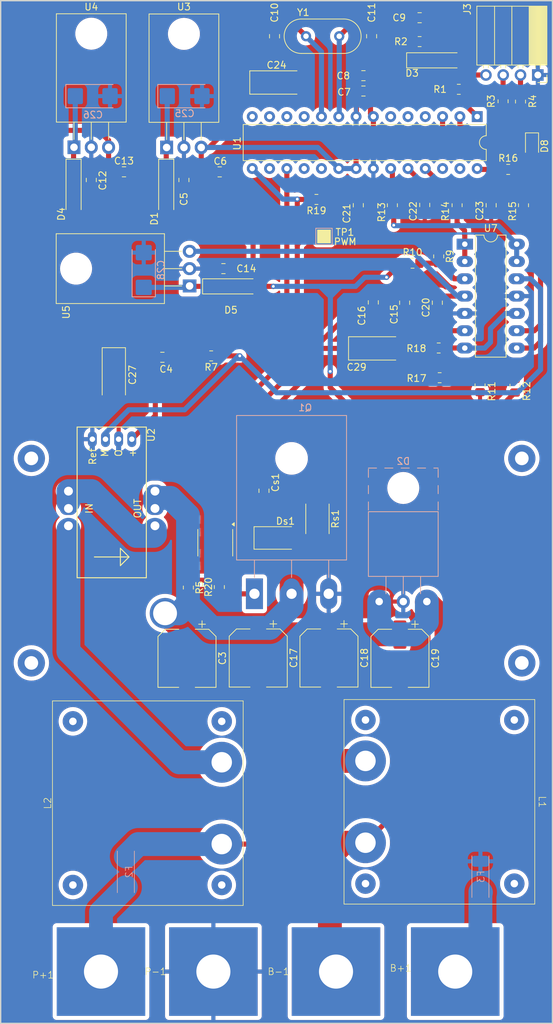
<source format=kicad_pcb>
(kicad_pcb (version 20240108) (generator "pcbnew") (generator_version "8.0")
  (layers (0 "F.Cu" signal) (31 "B.Cu" signal) (34 "B.Paste" user) (35 "F.Paste" user) (36 "B.SilkS" user "B.Silkscreen") (37 "F.SilkS" user "F.Silkscreen") (38 "B.Mask" user) (39 "F.Mask" user) (44 "Edge.Cuts" user))
  (net 0 "")
  (net 1 "Net-(C17-Pad2)")
  (net 2 "/Cuk/D")
  (net 3 "GND")
  (net 7 "+5V_HALL")
  (net 8 "Net-(D1-K)")
  (net 9 "+5V")
  (net 10 "/MCU/RESET")
  (net 13 "Net-(U1-XTAL2{slash}PB7)")
  (net 15 "Net-(U1-XTAL1{slash}PB6)")
  (net 17 "Net-(D4-K)")
  (net 20 "Net-(D5-K)")
  (net 21 "+12V")
  (net 22 "Net-(U1-PC0)")
  (net 23 "Net-(U1-PC1)")
  (net 24 "Net-(U1-PC2)")
  (net 27 "Net-(U1-PC5)")
  (net 28 "Net-(Ds1-K)")
  (net 29 "VCC")
  (net 30 "Net-(D8-A)")
  (net 31 "Net-(F2-Pad2)")
  (net 32 "/Cuk/Ipanel +")
  (net 33 "Net-(J3-Pin_3)")
  (net 34 "Net-(J3-Pin_2)")
  (net 35 "/Cuk/G0")
  (net 36 "Net-(U1-~{RESET}{slash}PC6)")
  (net 37 "/MCU/USART_RX")
  (net 38 "/MCU/USART_TX")
  (net 39 "/MCU/Ipanel_ADC")
  (net 40 "/Cuk/Vp+_cuk")
  (net 41 "/Cuk/Vb+_cuk")
  (net 42 "/MCU/Vpanel_ADC")
  (net 43 "/MCU/Vbatt_ADC")
  (net 45 "Net-(U7B--)")
  (net 46 "/Sensoriamento/LM324B")
  (net 47 "/Cuk/PWM")
  (net 48 "Net-(R20-Pad2)")
  (net 49 "/Cuk/Enable IN")
  (net 50 "Net-(B+1-Pad1)")
  (net 51 "/Cuk/OUT-")
  (net 52 "/Sensoriamento/+Ipout")
  (net 53 "Net-(U2-Pad3)")
  (footprint "Diode_SMD:D_SMA" (layer "F.Cu") (at 69.2 106.3)
    (property "Reference" "Ds1")
    (property "Value" "D_Schottky")
  )
  (footprint "BIBLIOTECA:LTSP_25-NP" (layer "F.Cu") (at 49.88 90.0385 -90)
    (property "Reference" "U2")
    (property "Value" "LTSP_25-NP")
  )
  (footprint "Resistor_SMD:R_0805_2012Metric_Pad1.20x1.40mm_HandSolder" (layer "F.Cu") (at 95.5 57.5 -90)
    (property "Reference" "R14")
    (property "Value" "680")
  )
  (footprint "Capacitor_SMD:C_0805_2012Metric_Pad1.18x1.45mm_HandSolder" (layer "F.Cu") (at 81 57.5 90)
    (property "Reference" "C21")
    (property "Value" "100nF")
  )
  (footprint "Resistor_SMD:R_0805_2012Metric_Pad1.20x1.40mm_HandSolder" (layer "F.Cu") (at 90 33.5 180)
    (property "Reference" "R2")
    (property "Value" "10k")
  )
  (footprint "Diode_SMD:D_MiniMELF_Handsoldering" (layer "F.Cu") (at 52.8 55.4 -90)
    (property "Reference" "D1")
    (property "Value" "LL4148")
  )
  (footprint "Capacitor_Tantalum_SMD:CP_EIA-6032-15_Kemet-U_Pad2.25x2.35mm_HandSolder" (layer "F.Cu") (at 69 39.5)
    (property "Reference" "C24")
    (property "Value" "1uF")
  )
  (footprint "Resistor_SMD:R_0805_2012Metric_Pad1.20x1.40mm_HandSolder" (layer "F.Cu") (at 95.75 40.5)
    (property "Reference" "R1")
    (property "Value" "100")
  )
  (footprint "Resistor_SMD:R_0805_2012Metric_Pad1.20x1.40mm_HandSolder" (layer "F.Cu") (at 60.6 113.5 90)
    (property "Reference" "R20")
    (property "Value" "15")
  )
  (footprint "Resistor_SMD:R_0805_2012Metric_Pad1.20x1.40mm_HandSolder" (layer "F.Cu") (at 88.96 66 180)
    (property "Reference" "R10")
    (property "Value" "15k")
  )
  (footprint "Resistor_SMD:R_2512_6332Metric_Pad1.40x3.35mm_HandSolder" (layer "F.Cu") (at 75 103.5 -90)
    (property "Reference" "Rs1")
    (property "Value" "75")
  )
  (footprint "BIBLIOTECA:INDUTOR E30_14" (layer "F.Cu") (at 76.9 145 -90)
    (property "Reference" "L1")
    (property "Value" "L")
  )
  (footprint "Resistor_SMD:R_0805_2012Metric_Pad1.20x1.40mm_HandSolder" (layer "F.Cu") (at 98.87 83.92 90)
    (property "Reference" "R11")
    (property "Value" "20k")
  )
  (footprint "BIBLIOTECA:FURO_PAN_BAT" (layer "F.Cu") (at 77.725 169.9 90)
    (property "Reference" "B-1")
    (property "Value" "OUT -")
  )
  (footprint "Package_TO_SOT_THT:TO-220-3_Horizontal_TabDown" (layer "F.Cu") (at 56.23 69.34 90)
    (property "Reference" "U5")
    (property "Value" "LM7812")
  )
  (footprint "Capacitor_SMD:C_0805_2012Metric_Pad1.18x1.45mm_HandSolder" (layer "F.Cu") (at 41.8 53.8 -90)
    (property "Reference" "C12")
    (property "Value" "100nF")
  )
  (footprint "Resistor_SMD:R_0805_2012Metric_Pad1.20x1.40mm_HandSolder" (layer "F.Cu") (at 86 57.5 90)
    (property "Reference" "R13")
    (property "Value" "680")
  )
  (footprint "Diode_SMD:D_MiniMELF_Handsoldering" (layer "F.Cu") (at 92.75 36.25)
    (property "Reference" "D3")
    (property "Value" "LL4148")
  )
  (footprint "Capacitor_SMD:C_0805_2012Metric_Pad1.18x1.45mm_HandSolder" (layer "F.Cu") (at 46.6 52.6)
    (property "Reference" "C13")
    (property "Value" "100nF")
  )
  (footprint "Resistor_SMD:R_0805_2012Metric_Pad1.20x1.40mm_HandSolder" (layer "F.Cu") (at 104 83.97 -90)
    (property "Reference" "R12")
    (property "Value" "1k6")
  )
  (footprint "Capacitor_SMD:C_0805_2012Metric_Pad1.18x1.45mm_HandSolder" (layer "F.Cu") (at 92.6 71.8 90)
    (property "Reference" "C20")
    (property "Value" "100nF")
  )
  (footprint "Resistor_SMD:R_0805_2012Metric_Pad1.20x1.40mm_HandSolder" (layer "F.Cu") (at 105.25 57.5 -90)
    (property "Reference" "R15")
    (property "Value" "680")
  )
  (footprint "Resistor_SMD:R_0805_2012Metric_Pad1.20x1.40mm_HandSolder" (layer "F.Cu") (at 74.85 56.65 180)
    (property "Reference" "R19")
    (property "Value" "10k")
  )
  (footprint "LED_SMD:LED_0805_2012Metric_Pad1.15x1.40mm_HandSolder" (layer "F.Cu") (at 106.5 48.75 -90)
    (property "Reference" "D8")
    (property "Value" "LED_RED")
  )
  (footprint "Capacitor_SMD:C_0805_2012Metric_Pad1.18x1.45mm_HandSolder" (layer "F.Cu") (at 60.65 52.61)
    (property "Reference" "C6")
    (property "Value" "100nF")
  )
  (footprint "Resistor_SMD:R_0805_2012Metric_Pad1.20x1.40mm_HandSolder" (layer "F.Cu") (at 103 52.25)
    (property "Reference" "R16")
    (property "Value" "330")
  )
  (footprint "Capacitor_SMD:CP_Elec_8x11.9" (layer "F.Cu") (at 66.31 123.91 -90)
    (property "Reference" "C17")
    (property "Value" "6,8u")
  )
  (footprint "Resistor_SMD:R_0805_2012Metric_Pad1.20x1.40mm_HandSolder" (layer "F.Cu") (at 92.8 78.44)
    (property "Reference" "R18")
    (property "Value" "47k")
  )
  (footprint "Resistor_SMD:R_0805_2012Metric_Pad1.20x1.40mm_HandSolder" (layer "F.Cu") (at 102.25 42.25 90)
    (property "Reference" "R3")
    (property "Value" "1k")
  )
  (footprint "Capacitor_SMD:C_0805_2012Metric_Pad1.18x1.45mm_HandSolder" (layer "F.Cu") (at 82.95 32.7125 -90)
    (property "Reference" "C11")
    (property "Value" "22pF")
  )
  (footprint "Capacitor_SMD:C_0805_2012Metric_Pad1.18x1.45mm_HandSolder" (layer "F.Cu") (at 87.8 71.8 -90)
    (property "Reference" "C15")
    (property "Value" "100nF")
  )
  (footprint "Capacitor_SMD:C_0805_2012Metric_Pad1.18x1.45mm_HandSolder" (layer "F.Cu") (at 67.15 99.38 90)
    (property "Reference" "Cs1")
    (property "Value" "100u")
  )
  (footprint "Capacitor_SMD:C_0805_2012Metric_Pad1.18x1.45mm_HandSolder" (layer "F.Cu") (at 81.75 38.5 180)
    (property "Reference" "C8")
    (property "Value" "100nF")
  )
  (footprint "Capacitor_SMD:CP_Elec_8x11.9" (layer "F.Cu") (at 76.69 123.91 -90)
    (property "Reference" "C18")
    (property "Value" "6,8u")
  )
  (footprint "Package_DIP:DIP-14_W7.62mm_LongPads" (layer "F.Cu") (at 96.63 63.21)
    (property "Reference" "U7")
    (property "Value" "LM324" (hide yes))
  )
  (footprint "Resistor_SMD:R_0805_2012Metric_Pad1.20x1.40mm_HandSolder" (layer "F.Cu") (at 56.05 113.575 -90)
    (property "Reference" "R5")
    (property "Value" "10k")
  )
  (footprint "Package_TO_SOT_THT:TO-220-3_Horizontal_TabDown" (layer "F.Cu") (at 52.86 49.03)
    (property "Reference" "U3")
    (property "Value" "LM7805")
  )
  (footprint "Diode_SMD:D_MiniMELF_Handsoldering" (layer "F.Cu") (at 39.2 55.4 -90)
    (property "Reference" "D4")
    (property "Value" "LL4148")
  )
  (footprint "Resistor_SMD:R_0805_2012Metric_Pad1.20x1.40mm_HandSolder" (layer "F.Cu") (at 104.81 42.3 90)
    (property "Reference" "R4")
    (property "Value" "1k")
  )
  (footprint "Capacitor_SMD:CP_Elec_8x11.9" (layer "F.Cu") (at 55.85 123.95 -90)
    (property "Reference" "C3")
    (property "Value" "6,8u")
  )
  (footprint "Capacitor_SMD:C_0805_2012Metric_Pad1.18x1.45mm_HandSolder" (layer "F.Cu") (at 90.75 57.4625 -90)
    (property "Reference" "C22")
    (property "Value" "100nF")
  )
  (footprint "Capacitor_Tantalum_SMD:CP_EIA-6032-15_Kemet-U_Pad2.25x2.35mm_HandSolder" (layer "F.Cu") (at 83.5 78.5)
    (property "Reference" "C29")
    (property "Value" "1uF")
  )
  (footprint "Crystal:Crystal_HC49-U_Vertical" (layer "F.Cu") (at 73.32 32.7125)
    (property "Reference" "Y1")
    (property "Value" "16MHz")
  )
  (footprint "Resistor_SMD:R_0805_2012Metric_Pad1.20x1.40mm_HandSolder" (layer "F.Cu") (at 92.8 65 -90)
    (property "Reference" "R9")
    (property "Value" "4k7")
  )
  (footprint "Capacitor_SMD:C_0805_2012Metric_Pad1.18x1.45mm_HandSolder" (layer "F.Cu") (at 61.2 66.8)
    (property "Reference" "C14")
    (property "Value" "100nF")
  )
  (footprint "Package_SO:SOIC-8_3.9x4.9mm_P1.27mm" (layer "F.Cu") (at 60 107 -90)
    (property "Reference" "U8" (hide yes))
    (property "Value" "UCC27322D")
  )
  (footprint "BIBLIOTECA:INDUTOR E30_14" (layer "F.Cu") (at 66.1 145.2 90)
    (property "Reference" "L2")
    (property "Value" "L")
  )
  (footprint "BIBLIOTECA:FURO_PAN_BAT" (layer "F.Cu") (at 43.225 169.9 90)
    (property "Reference" "P+1")
    (property "Value" "P+")
  )
  (footprint "Capacitor_SMD:C_0805_2012Metric_Pad1.18x1.45mm_HandSolder" (layer "F.Cu") (at 100.5 57.5 -90)
    (property "Reference" "C23")
    (property "Value" "100nF")
  )
  (footprint "Package_DIP:DIP-28_W7.62mm" (layer "F.Cu") (at 98.45 44.5 -90)
    (property "Reference" "U1")
    (property "Value" "ATmega328P-P")
  )
  (footprint "Resistor_SMD:R_0805_2012Metric_Pad1.20x1.40mm_HandSolder" (layer "F.Cu") (at 59.4 79.6 180)
    (property "Reference" "R7")
    (property "Value" "150")
  )
  (footprint "Capacitor_SMD:C_0805_2012Metric_Pad1.18x1.45mm_HandSolder" (layer "F.Cu") (at 83.2 71.75 90)
    (property "Reference" "C16")
    (property "Value" "100nF")
  )
  (footprint "Capacitor_SMD:C_0805_2012Metric_Pad1.18x1.45mm_HandSolder" (layer "F.Cu") (at 81.75 40.75)
    (property "Reference" "C7")
    (property "Value" "100nF")
  )
  (footprint "Capacitor_SMD:C_0805_2012Metric_Pad1.18x1.45mm_HandSolder" (layer "F.Cu") (at 68.7 32.7125 -90)
    (property "Reference" "C10")
    (property "Value" "22pF")
  )
  (footprint "Capacitor_SMD:C_0805_2012Metric_Pad1.18x1.45mm_HandSolder" (layer "F.Cu") (at 55.4 53.8 -90)
    (property "Reference" "C5")
    (property "Value" "100nF")
  )
  (footprint "Capacitor_SMD:C_0805_2012Metric_Pad1.18x1.45mm_HandSolder" (layer "F.Cu") (at 90 30 180)
    (property "Reference" "C9")
    (property "Value" "100nF")
  )
  (footprint "Capacitor_Tantalum_SMD:CP_EIA-6032-15_Kemet-U_Pad2.25x2.35mm_HandSolder" (layer "F.Cu") (at 45.11 82.33 -90)
    (property "Reference" "C27")
    (property "Value" "1uF")
  )
  (footprint "BIBLIOTECA:FURO_PAN_BAT" (layer "F.Cu") (at 95.225 169.9 90)
    (property "Reference" "B+1")
    (property "Value" "OUT +")
  )
  (footprint "Capacitor_SMD:C_0805_2012Metric_Pad1.18x1.45mm_HandSolder" (layer "F.Cu") (at 52.2375 79.8 180)
    (property "Reference" "C4")
    (property "Value" "100nF")
  )
  (footprint "Connector_PinSocket_2.54mm:PinSocket_1x04_P2.54mm_Horizontal" (layer "F.Cu") (at 107.35 38.4 -90)
    (property "Reference" "J3")
    (property "Value" "USART")
  )
  (footprint "Resistor_SMD:R_0805_2012Metric_Pad1.20x1.40mm_HandSolder" (layer "F.Cu") (at 92.94 82.8 180)
    (property "Reference" "R17")
    (property "Value" "47k")
  )
  (footprint "BIBLIOTECA:FURO_PAN_BAT" (layer "F.Cu") (at 59.725 169.9 90)
    (property "Reference" "P-1")
    (property "Value" "P-")
  )
  (footprint "Package_TO_SOT_THT:TO-220-3_Horizontal_TabDown" (layer "F.Cu") (at 39.26 49)
    (property "Reference" "U4")
    (property "Value" "LM7805")
  )
  (footprint "Diode_SMD:D_MiniMELF_Handsoldering" (layer "F.Cu") (at 62.8 69.4)
    (property "Reference" "D5")
    (property "Value" "LL4148")
  )
  (footprint "Capacitor_SMD:CP_Elec_8x11.9" (layer "F.Cu") (at 87.11 123.95 -90)
    (property "Reference" "C19")
    (property "Value" "6,8u")
  )
  (footprint "BIBLIOTECA:FUSE_6125" (layer "B.Cu") (at 48.875 155.275 -90)
    (property "Reference" "F2")
    (property "Value" "65V 20A 3mOhms Fuse")
  )
  (footprint "TestPoint:TestPoint_Pad_2.0x2.0mm" (layer "B.Cu") (at 75.96 62.08 180)
    (property "Reference" "TP1")
    (property "Value" "PWM")
  )
  (footprint "Capacitor_Tantalum_SMD:CP_EIA-6032-15_Kemet-U_Pad2.25x2.35mm_HandSolder" (layer "B.Cu") (at 49.5 67 90)
    (property "Reference" "C28")
    (property "Value" "1uF")
  )
  (footprint "Package_TO_SOT_THT:TO-247-3_Horizontal_TabUp" (layer "B.Cu") (at 65.75 114.49)
    (property "Reference" "Q1")
    (property "Value" "IRFP4321")
  )
  (footprint "Package_TO_SOT_THT:TO-220-3_Horizontal_TabUp" (layer "B.Cu") (at 85.06 115.63)
    (property "Reference" "D2")
    (property "Value" "D_Schottky_AKA" (hide yes))
  )
  (footprint "Capacitor_Tantalum_SMD:CP_EIA-6032-15_Kemet-U_Pad2.25x2.35mm_HandSolder" (layer "B.Cu") (at 55.5 41.5)
    (property "Reference" "C25")
    (property "Value" "1uF")
  )
  (footprint "Capacitor_Tantalum_SMD:CP_EIA-6032-15_Kemet-U_Pad2.25x2.35mm_HandSolder" (layer "B.Cu") (at 42 41.5)
    (property "Reference" "C26")
    (property "Value" "1uF")
  )
  (footprint "BIBLIOTECA:FUSE_6125" (layer "B.Cu") (at 100.925 155.975 -90)
    (property "Reference" "F3")
    (property "Value" "65V 20A 3mOhms Fuse")
  )
  (gr_rect (start 28.5 27.5) (end 109.5 177.5) (stroke (width 0.2)) (fill none) (layer "Edge.Cuts"))
  (via (at 105 124.63) (size 4) (drill 2) (layers "F.Cu" "B.Cu") (net 0))
  (via (at 105 94.63) (size 4) (drill 2) (layers "F.Cu" "B.Cu") (net 0))
  (via (at 33 124.63) (size 4) (drill 2) (layers "F.Cu" "B.Cu") (net 0))
  (via (at 33 94.63) (size 4) (drill 2) (layers "F.Cu" "B.Cu") (net 0))
  (segment (start 71.4 127.385) (end 73.94 127.385) (width 3.5) (layer "F.Cu") (net 1))
  (segment (start 71.4 130.76) (end 71.4 127.385) (width 3.5) (layer "F.Cu") (net 1))
  (segment (start 93.94 125.53) (end 93.94 118.64) (width 3.5) (layer "F.Cu") (net 1))
  (segment (start 91.06 115.76) (end 91.06 115.63) (width 3.5) (layer "F.Cu") (net 1))
  (segment (start 68.69 127.385) (end 71.4 127.385) (width 3.5) (layer "F.Cu") (net 1))
  (segment (start 82.05 139) (end 77.39 139) (width 3.5) (layer "F.Cu") (net 1))
  (segment (start 87.11 127.425) (end 92.045 127.425) (width 3.5) (layer "F.Cu") (net 1))
  (segment (start 71.4 129.925) (end 73.94 127.385) (width 3.5) (layer "F.Cu") (net 1))
  (segment (start 55.85 127.425) (end 66.27 127.425) (width 3.5) (layer "F.Cu") (net 1))
  (segment (start 87.07 127.385) (end 87.11 127.425) (width 3.5) (layer "F.Cu") (net 1))
  (segment (start 71.4 130.76) (end 71.4 130.095) (width 3.5) (layer "F.Cu") (net 1))
  (segment (start 66.31 127.385) (end 68.69 127.385) (width 3.5) (layer "F.Cu") (net 1))
  (segment (start 92.045 127.425) (end 93.94 125.53) (width 3.5) (layer "F.Cu") (net 1))
  (segment (start 71.4 130.095) (end 68.69 127.385) (width 3.5) (layer "F.Cu") (net 1))
  (segment (start 76.69 127.385) (end 87.07 127.385) (width 3.5) (layer "F.Cu") (net 1))
  (segment (start 73.94 127.385) (end 76.69 127.385) (width 3.5) (layer "F.Cu") (net 1))
  (segment (start 77.39 139) (end 71.4 133.01) (width 3.5) (layer "F.Cu") (net 1))
  (segment (start 66.27 127.425) (end 66.31 127.385) (width 3.5) (layer "F.Cu") (net 1))
  (segment (start 93.94 118.64) (end 91.06 115.76) (width 3.5) (layer "F.Cu") (net 1))
  (segment (start 71.4 130.76) (end 71.4 129.925) (width 3.5) (layer "F.Cu") (net 1))
  (segment (start 71.4 133.01) (end 71.4 130.76) (width 3.5) (layer "F.Cu") (net 1))
  (segment (start 84.06 118.93) (end 85.57 120.44) (width 3.5) (layer "B.Cu") (net 1))
  (segment (start 89.21 120.44) (end 91.06 118.59) (width 3.5) (layer "B.Cu") (net 1))
  (segment (start 91.06 118.59) (end 91.06 115.63) (width 3.5) (layer "B.Cu") (net 1))
  (segment (start 84.06 115.63) (end 84.06 118.93) (width 3.5) (layer "B.Cu") (net 1))
  (segment (start 85.57 120.44) (end 89.21 120.44) (width 3.5) (layer "B.Cu") (net 1))
  (segment (start 66.31 120.435) (end 76.69 120.435) (width 3.5) (layer "F.Cu") (net 2))
  (segment (start 76.69 120.435) (end 87.07 120.435) (width 3.5) (layer "F.Cu") (net 2))
  (segment (start 71.45 106.55) (end 71.2 106.3) (width 0.25) (layer "F.Cu") (net 2))
  (segment (start 52.63 117.35) (end 52.725 117.35) (width 3.5) (layer "F.Cu") (net 2))
  (segment (start 75 106.55) (end 71.45 106.55) (width 3.5) (layer "F.Cu") (net 2))
  (segment (start 66.31 120.435) (end 55.89 120.435) (width 3.5) (layer "F.Cu") (net 2))
  (segment (start 87.07 120.435) (end 87.11 120.475) (width 3.5) (layer "F.Cu") (net 2))
  (segment (start 55.89 120.435) (end 55.85 120.475) (width 3.5) (layer "F.Cu") (net 2))
  (segment (start 66.27 120.475) (end 66.31 120.435) (width 3.5) (layer "F.Cu") (net 2))
  (segment (start 52.725 117.35) (end 55.85 120.475) (width 3.5) (layer "F.Cu") (net 2))
  (segment (start 71.2 114.49) (end 71.2 106.8) (width 3.5) (layer "F.Cu") (net 2))
  (via (at 52.63 117.35) (size 4.5) (drill 3.5) (layers "F.Cu" "B.Cu") (net 2))
  (segment (start 56 116) (end 59.5 119.5) (width 3.5) (layer "B.Cu") (net 2))
  (segment (start 53.426449 100.426449) (end 51.15 100.426449) (width 3.5) (layer "B.Cu") (net 2))
  (segment (start 71.2 114.49) (end 71.2 116.3) (width 3.5) (layer "B.Cu") (net 2))
  (segment (start 56 103) (end 56 116) (width 3.5) (layer "B.Cu") (net 2))
  (segment (start 59.5 119.5) (end 68 119.5) (width 3.5) (layer "B.Cu") (net 2))
  (segment (start 51.15 100.426449) (end 51.644975 99.931474) (width 0.25) (layer "B.Cu") (net 2))
  (segment (start 52.63 117.35) (end 54.65 117.35) (width 3.5) (layer "B.Cu") (net 2))
  (segment (start 71.2 116.3) (end 68 119.5) (width 3.5) (layer "B.Cu") (net 2))
  (segment (start 51.15 101) (end 51.15 100.426449) (width 3.5) (layer "B.Cu") (net 2))
  (segment (start 54.65 117.35) (end 56 116) (width 3.5) (layer "B.Cu") (net 2))
  (segment (start 56 103) (end 53.426449 100.426449) (width 3.5) (layer "B.Cu") (net 2))
  (segment (start 80.7125 40.75) (end 80.7125 38.5) (width 0.75) (layer "F.Cu") (net 3))
  (segment (start 80.7125 40.75) (end 80.7125 44.4575) (width 0.75) (layer "F.Cu") (net 3))
  (segment (start 80.7125 44.4575) (end 80.67 44.5) (width 0.75) (layer "F.Cu") (net 3))
  (segment (start 43.025 95.5) (end 41.9552 94.4302) (width 0.75) (layer "B.Cu") (net 3))
  (segment (start 45.816 91.8165) (end 45.816 94.409) (width 0.75) (layer "B.Cu") (net 3))
  (segment (start 41.9552 94.4302) (end 41.9552 91.8165) (width 0.75) (layer "B.Cu") (net 3))
  (segment (start 45.816 94.409) (end 44.725 95.5) (width 0.75) (layer "B.Cu") (net 3))
  (segment (start 83.21 49.24) (end 83.21 52.12) (width 0.75) (layer "B.Cu") (net 3))
  (segment (start 80.67 46.7) (end 83.21 49.24) (width 0.75) (layer "B.Cu") (net 3))
  (segment (start 80.67 44.5) (end 80.67 46.7) (width 0.75) (layer "B.Cu") (net 3))
  (segment (start 44.725 95.5) (end 43.025 95.5) (width 0.75) (layer "B.Cu") (net 3))
  (segment (start 46.38 79.8) (end 46.79 79.8) (width 0.75) (layer "F.Cu") (net 7))
  (segment (start 44.34 47.99) (end 42.87 46.52) (width 0.75) (layer "F.Cu") (net 7))
  (segment (start 46.79 79.8) (end 45.13 79.8) (width 0.75) (layer "F.Cu") (net 7))
  (segment (start 50.35 79.8) (end 50.35 79.83) (width 0.75) (layer "F.Cu") (net 7))
  (segment (start 51.2 88.3629) (end 47.7464 91.8165) (width 0.75) (layer "F.Cu") (net 7))
  (segment (start 44.34 49) (end 44.34 51.3775) (width 0.75) (layer "F.Cu") (net 7))
  (segment (start 35.96 47.65) (end 35.96 75.79) (width 0.75) (layer "F.Cu") (net 7))
  (segment (start 44.34 49) (end 44.34 47.99) (width 0.75) (layer "F.Cu") (net 7))
  (segment (start 37.09 46.52) (end 35.96 47.65) (width 0.75) (layer "F.Cu") (net 7))
  (segment (start 51.2 79.8) (end 51.2 80.68) (width 0.75) (layer "F.Cu") (net 7))
  (segment (start 39.95 79.78) (end 45.11 79.78) (width 0.75) (layer "F.Cu") (net 7))
  (segment (start 50.35 79.83) (end 51.2 80.68) (width 0.75) (layer "F.Cu") (net 7))
  (segment (start 51.2 79.8) (end 50.35 79.8) (width 0.75) (layer "F.Cu") (net 7))
  (segment (start 51.2 80.68) (end 51.2 88.3629) (width 0.75) (layer "F.Cu") (net 7))
  (segment (start 51.18 79.78) (end 51.2 79.8) (width 0.75) (layer "F.Cu") (net 7))
  (segment (start 44.34 51.3775) (end 45.5625 52.6) (width 0.75) (layer "F.Cu") (net 7))
  (segment (start 35.96 75.79) (end 39.95 79.78) (width 0.75) (layer "F.Cu") (net 7))
  (segment (start 50.35 79.8) (end 46.79 79.8) (width 0.75) (layer "F.Cu") (net 7))
  (segment (start 45.13 79.8) (end 45.11 79.78) (width 0.75) (layer "F.Cu") (net 7))
  (segment (start 42.87 46.52) (end 37.09 46.52) (width 0.75) (layer "F.Cu") (net 7))
  (segment (start 45.11 79.78) (end 51.18 79.78) (width 0.75) (layer "F.Cu") (net 7))
  (segment (start 52.8 50.8) (end 52.8 49.09) (width 0.75) (layer "F.Cu") (net 8))
  (segment (start 53.15 52.65) (end 53.9 51.9) (width 0.75) (layer "F.Cu") (net 8))
  (segment (start 52.8 52.65) (end 52.9125 52.7625) (width 0.75) (layer "F.Cu") (net 8))
  (segment (start 52.95 48.94) (end 52.86 49.03) (width 0.75) (layer "F.Cu") (net 8))
  (segment (start 53.9 51.9) (end 54.7625 52.7625) (width 0.75) (layer "F.Cu") (net 8))
  (segment (start 52.8 49.09) (end 52.86 49.03) (width 0.75) (layer "F.Cu") (net 8))
  (segment (start 52.8 52.65) (end 53.15 52.65) (width 0.75) (layer "F.Cu") (net 8))
  (segment (start 55.4 52.7625) (end 52.9125 52.7625) (width 0.75) (layer "F.Cu") (net 8))
  (segment (start 52.8 52.65) (end 52.8 50.8) (width 0.75) (layer "F.Cu") (net 8))
  (segment (start 52.8 50.8) (end 53.9 51.9) (width 0.75) (layer "F.Cu") (net 8))
  (segment (start 54.7625 52.7625) (end 55.4 52.7625) (width 0.75) (layer "F.Cu") (net 8))
  (segment (start 52.95 41.5) (end 52.95 48.94) (width 0.75) (layer "B.Cu") (net 8))
  (segment (start 52.95 48.94) (end 52.86 49.03) (width 0.75) (layer "B.Cu") (net 8))
  (segment (start 82.7875 40.75) (end 82.7875 44.0775) (width 0.75) (layer "F.Cu") (net 9))
  (segment (start 57.94 50.9375) (end 59.6125 52.61) (width 0.75) (layer "F.Cu") (net 9))
  (segment (start 80.67 52.12) (end 80.67 50.105) (width 0.75) (layer "F.Cu") (net 9))
  (segment (start 85.35 36.25) (end 90 36.25) (width 0.75) (layer "F.Cu") (net 9))
  (segment (start 82.7875 38.5) (end 83.1 38.5) (width 0.75) (layer "F.Cu") (net 9))
  (segment (start 82.7875 38.5) (end 82.7875 40.75) (width 0.75) (layer "F.Cu") (net 9))
  (segment (start 82.7875 44.0775) (end 83.21 44.5) (width 0.75) (layer "F.Cu") (net 9))
  (segment (start 89 35.25) (end 89 33.5) (width 0.75) (layer "F.Cu") (net 9))
  (segment (start 59.08 49.03) (end 62.52 45.59) (width 0.75) (layer "F.Cu") (net 9))
  (segment (start 62.52 43.43) (end 66.45 39.5) (width 0.75) (layer "F.Cu") (net 9))
  (segment (start 90 36.25) (end 89 35.25) (width 0.75) (layer "F.Cu") (net 9))
  (segment (start 57.94 49.03) (end 57.94 50.9375) (width 0.75) (layer "F.Cu") (net 9))
  (segment (start 83.21 47.565) (end 83.21 44.5) (width 0.75) (layer "F.Cu") (net 9))
  (segment (start 83.1 38.5) (end 85.35 36.25) (width 0.75) (layer "F.Cu") (net 9))
  (segment (start 80.67 50.105) (end 83.21 47.565) (width 0.75) (layer "F.Cu") (net 9))
  (segment (start 62.52 45.59) (end 62.52 43.43) (width 0.75) (layer "F.Cu") (net 9))
  (segment (start 57.94 49.03) (end 59.08 49.03) (width 0.75) (layer "F.Cu") (net 9))
  (segment (start 75.04 49.03) (end 78.13 52.12) (width 0.75) (layer "B.Cu") (net 9))
  (segment (start 57.94 49.03) (end 75.04 49.03) (width 0.75) (layer "B.Cu") (net 9))
  (segment (start 78.13 52.12) (end 80.67 52.12) (width 0.75) (layer "B.Cu") (net 9))
  (segment (start 92.4 33.5) (end 91.6 33.5) (width 0.75) (layer "F.Cu") (net 10))
  (segment (start 91.0375 31.8) (end 91.0375 32.6) (width 0.75) (layer "F.Cu") (net 10))
  (segment (start 97.65 38.4) (end 99.73 38.4) (width 0.75) (layer "F.Cu") (net 10))
  (segment (start 91.6 33.1625) (end 91.0375 32.6) (width 0.75) (layer "F.Cu") (net 10))
  (segment (start 95.5 36.25) (end 92.75 33.5) (width 0.75) (layer "F.Cu") (net 10))
  (segment (start 92.7375 33.5) (end 91.0375 31.8) (width 0.75) (layer "F.Cu") (net 10))
  (segment (start 92.4 33.1625) (end 91.0375 31.8) (width 0.75) (layer "F.Cu") (net 10))
  (segment (start 91.0375 32.6) (end 91.0375 33.4625) (width 0.75) (layer "F.Cu") (net 10))
  (segment (start 92.75 33.5) (end 92.4 33.5) (width 0.75) (layer "F.Cu") (net 10))
  (segment (start 95.5 36.25) (end 94.75 37) (width 0.75) (layer "F.Cu") (net 10))
  (segment (start 91.6 33.5) (end 91 33.5) (width 0.75) (layer "F.Cu") (net 10))
  (segment (start 92.4 33.5) (end 92.4 33.1625) (width 0.75) (layer "F.Cu") (net 10))
  (segment (start 91.0375 33.4625) (end 91 33.5) (width 0.75) (layer "F.Cu") (net 10))
  (segment (start 92.75 33.5) (end 92.7375 33.5) (width 0.75) (layer "F.Cu") (net 10))
  (segment (start 95.5 36.25) (end 97.65 38.4) (width 0.75) (layer "F.Cu") (net 10))
  (segment (start 91.0375 30) (end 91.0375 31.8) (width 0.75) (layer "F.Cu") (net 10))
  (segment (start 91.6 33.5) (end 91.6 33.1625) (width 0.75) (layer "F.Cu") (net 10))
  (segment (start 94.75 40.5) (end 94.75 37) (width 0.75) (layer "F.Cu") (net 10))
  (segment (start 68.7 31.675) (end 72.2825 31.675) (width 0.75) (layer "F.Cu") (net 13))
  (segment (start 72.2825 31.675) (end 73.32 32.7125) (width 0.75) (layer "F.Cu") (net 13))
  (segment (start 75.59 34.9825) (end 75.59 44.5) (width 0.75) (layer "B.Cu") (net 13))
  (segment (start 73.32 32.7125) (end 75.59 34.9825) (width 0.75) (layer "B.Cu") (net 13))
  (segment (start 79.2375 31.675) (end 78.2 32.7125) (width 0.75) (layer "F.Cu") (net 15))
  (segment (start 82.95 31.675) (end 79.2375 31.675) (width 0.75) (layer "F.Cu") (net 15))
  (segment (start 78.2 44.43) (end 78.13 44.5) (width 0.75) (layer "B.Cu") (net 15))
  (segment (start 78.13 32.7825) (end 78.2 32.7125) (width 0.75) (layer "B.Cu") (net 15))
  (segment (start 78.2 32.7125) (end 78.2 44.43) (width 0.75) (layer "B.Cu") (net 15))
  (segment (start 39.2 52.65) (end 39.35 52.65) (width 0.75) (layer "F.Cu") (net 17))
  (segment (start 39.2 51) (end 39.2 49.06) (width 0.75) (layer "F.Cu") (net 17))
  (segment (start 39.2 49.06) (end 39.26 49) (width 0.75) (layer "F.Cu") (net 17))
  (segment (start 41.8 52.7625) (end 40.8 52.7625) (width 0.75) (layer "F.Cu") (net 17))
  (segment (start 40.8 52.7625) (end 40.8 52.6) (width 0.75) (layer "F.Cu") (net 17))
  (segment (start 39.2 52.65) (end 39.2 51) (width 0.75) (layer "F.Cu") (net 17))
  (segment (start 39.3125 52.7625) (end 39.2 52.65) (width 0.75) (layer "F.Cu") (net 17))
  (segment (start 40.8 52.6) (end 40.1 51.9) (width 0.75) (layer "F.Cu") (net 17))
  (segment (start 40.1 51.9) (end 39.2 51) (width 0.75) (layer "F.Cu") (net 17))
  (segment (start 39.45 48.81) (end 39.26 49) (width 0.75) (layer "F.Cu") (net 17))
  (segment (start 39.35 52.65) (end 40.1 51.9) (width 0.75) (layer "F.Cu") (net 17))
  (segment (start 40.8 52.7625) (end 39.3125 52.7625) (width 0.75) (layer "F.Cu") (net 17))
  (segment (start 39.45 48.81) (end 39.26 49) (width 0.75) (layer "B.Cu") (net 17))
  (segment (start 39.45 41.5) (end 39.45 48.81) (width 0.75) (layer "B.Cu") (net 17))
  (segment (start 60.1625 67.6375) (end 60.1625 67.6) (width 0.75) (layer "F.Cu") (net 20))
  (segment (start 60.05 69.4) (end 60.05 69.25) (width 0.75) (layer "F.Cu") (net 20))
  (segment (start 59.3 68.5) (end 60.1625 67.6375) (width 0.75) (layer "F.Cu") (net 20))
  (segment (start 60.1625 69.2875) (end 60.05 69.4) (width 0.75) (layer "F.Cu") (net 20))
  (segment (start 60.05 69.25) (end 59.3 68.5) (width 0.75) (layer "F.Cu") (net 20))
  (segment (start 58.4 69.4) (end 56.29 69.4) (width 0.75) (layer "F.Cu") (net 20))
  (segment (start 60.1625 66.8) (end 60.1625 67.6) (width 0.75) (layer "F.Cu") (net 20))
  (segment (start 60.1625 67.6) (end 60.1625 69.2875) (width 0.75) (layer "F.Cu") (net 20))
  (segment (start 60.05 69.4) (end 58.4 69.4) (width 0.75) (layer "F.Cu") (net 20))
  (segment (start 58.4 69.4) (end 59.3 68.5) (width 0.75) (layer "F.Cu") (net 20))
  (segment (start 56.29 69.4) (end 56.23 69.34) (width 0.75) (layer "F.Cu") (net 20))
  (segment (start 49.5 69.55) (end 56.02 69.55) (width 0.75) (layer "B.Cu") (net 20))
  (segment (start 56.02 69.55) (end 56.23 69.34) (width 0.75) (layer "B.Cu") (net 20))
  (segment (start 96.63 70.83) (end 92.6675 70.83) (width 0.75) (layer "F.Cu") (net 21))
  (segment (start 92.6 70.7625) (end 87.8 70.7625) (width 0.75) (layer "F.Cu") (net 21))
  (segment (start 83.2 70.7125) (end 82.3175 70.7125) (width 0.75) (layer "F.Cu") (net 21))
  (segment (start 64.25 105.5) (end 64.25 108.225) (width 0.75) (layer "F.Cu") (net 21))
  (segment (start 74.53 78.5) (end 73.515 79.515) (width 0.75) (layer "F.Cu") (net 21))
  (segment (start 92.6675 70.83) (end 92.6 70.7625) (width 0.75) (layer "F.Cu") (net 21))
  (segment (start 73.515 82.485) (end 64.25 91.75) (width 0.75) (layer "F.Cu") (net 21))
  (segment (start 63.25 104.5) (end 64.25 103.5) (width 0.75) (layer "F.Cu") (net 21))
  (segment (start 63.25 104.525) (end 61.905 104.525) (width 0.75) (layer "F.Cu") (net 21))
  (segment (start 64.25 91.75) (end 64.25 103.5) (width 0.75) (layer "F.Cu") (net 21))
  (segment (start 80.95 78.5) (end 74.53 78.5) (width 0.75) (layer "F.Cu") (net 21))
  (segment (start 82.3175 70.7125) (end 73.515 79.515) (width 0.75) (layer "F.Cu") (net 21))
  (segment (start 87.75 70.7125) (end 87.8 70.7625) (width 0.75) (layer "F.Cu") (net 21))
  (segment (start 64.25 104.25) (end 64.25 105.5) (width 0.75) (layer "F.Cu") (net 21))
  (segment (start 64.25 104.25) (end 63.975 104.525) (width 0.75) (layer "F.Cu") (net 21))
  (segment (start 63 109.475) (end 61.905 109.475) (width 0.75) (layer "F.Cu") (net 21))
  (segment (start 64.225 105.5) (end 63.25 104.525) (width 0.75) (layer "F.Cu") (net 21))
  (segment (start 64.25 108.225) (end 63 109.475) (width 0.75) (layer "F.Cu") (net 21))
  (segment (start 64.25 105.5) (end 64.225 105.5) (width 0.75) (layer "F.Cu") (net 21))
  (segment (start 64.25 103.5) (end 64.25 104.25) (width 0.75) (layer "F.Cu") (net 21))
  (segment (start 83.2 70.7125) (end 87.75 70.7125) (width 0.75) (layer "F.Cu") (net 21))
  (segment (start 63.975 104.525) (end 63.25 104.525) (width 0.75) (layer "F.Cu") (net 21))
  (segment (start 73.515 79.515) (end 73.515 82.485) (width 0.75) (layer "F.Cu") (net 21))
  (segment (start 63.25 104.525) (end 63.25 104.5) (width 0.75) (layer "F.Cu") (net 21))
  (segment (start 56.23 64.26) (end 88.93 64.26) (width 0.75) (layer "B.Cu") (net 21))
  (segment (start 95.5 70.83) (end 96.63 70.83) (width 0.75) (layer "B.Cu") (net 21))
  (segment (start 88.93 64.26) (end 95.5 70.83) (width 0.75) (layer "B.Cu") (net 21))
  (segment (start 86 55.75) (end 86 56.5) (width 0.75) (layer "F.Cu") (net 22))
  (segment (start 86 52.37) (end 85.75 52.12) (width 0.75) (layer "F.Cu") (net 22))
  (segment (start 81 56.4625) (end 85.2875 56.4625) (width 0.75) (layer "F.Cu") (net 22))
  (segment (start 86 56.5) (end 86 52.37) (width 0.75) (layer "F.Cu") (net 22))
  (segment (start 85.2875 56.4625) (end 86 55.75) (width 0.75) (layer "F.Cu") (net 22))
  (segment (start 90.75 56.425) (end 90.75 55.7) (width 0.75) (layer "F.Cu") (net 23))
  (segment (start 91.81 56.5) (end 91.55 56.5) (width 0.75) (layer "F.Cu") (net 23))
  (segment (start 91.81 56.5) (end 90.825 56.5) (width 0.75) (layer "F.Cu") (net 23))
  (segment (start 90.75 55.7) (end 90.75 54.58) (width 0.75) (layer "F.Cu") (net 23))
  (segment (start 95.5 56.5) (end 91.81 56.5) (width 0.75) (layer "F.Cu") (net 23))
  (segment (start 90.75 54.58) (end 88.29 52.12) (width 0.75) (layer "F.Cu") (net 23))
  (segment (start 91.55 56.5) (end 90.75 55.7) (width 0.75) (layer "F.Cu") (net 23))
  (segment (start 90.825 56.5) (end 90.75 56.425) (width 0.75) (layer "F.Cu") (net 23))
  (segment (start 99.6 54.6) (end 100.5 55.5) (width 0.75) (layer "F.Cu") (net 24))
  (segment (start 93.31 54.6) (end 90.83 52.12) (width 0.75) (layer "F.Cu") (net 24))
  (segment (start 101.82 56.4625) (end 105.2125 56.4625) (width 0.75) (layer "F.Cu") (net 24))
  (segment (start 105.2125 56.4625) (end 105.25 56.5) (width 0.75) (layer "F.Cu") (net 24))
  (segment (start 101.29 56.4625) (end 101.29 56.29) (width 0.75) (layer "F.Cu") (net 24))
  (segment (start 99.6 54.6) (end 93.31 54.6) (width 0.75) (layer "F.Cu") (net 24))
  (segment (start 101.29 56.4625) (end 101.82 56.4625) (width 0.75) (layer "F.Cu") (net 24))
  (segment (start 100.5 56.4625) (end 101.29 56.4625) (width 0.75) (layer "F.Cu") (net 24))
  (segment (start 101.29 56.29) (end 100.5 55.5) (width 0.75) (layer "F.Cu") (net 24))
  (segment (start 100.5 55.5) (end 100.5 56.4625) (width 0.75) (layer "F.Cu") (net 24))
  (segment (start 102 52.25) (end 98.58 52.25) (width 0.75) (layer "F.Cu") (net 27))
  (segment (start 98.58 52.25) (end 98.45 52.12) (width 0.75) (layer "F.Cu") (net 27))
  (segment (start 72.15 100.45) (end 67.2 105.4) (width 2.5) (layer "F.Cu") (net 28))
  (segment (start 67.2 106.3) (end 67.2 100.4675) (width 2.5) (layer "F.Cu") (net 28))
  (segment (start 72.15 100.45) (end 75 100.45) (width 2.5) (layer "F.Cu") (net 28))
  (segment (start 67.2 105.4) (end 67.2 106.3) (width 2.5) (layer "F.Cu") (net 28))
  (segment (start 90.85 138.6) (end 83.075 146.375) (width 0.75) (layer "F.Cu") (net 29))
  (segment (start 79.625 86.975) (end 93.2 86.975) (width 0.75) (layer "F.Cu") (net 29))
  (segment (start 52.8 58.15) (end 60.6 58.15) (width 0.75) (layer "F.Cu") (net 29))
  (segment (start 52.8 58.15) (end 39.2 58.15) (width 0.75) (layer "F.Cu") (net 29))
  (segment (start 77.4 146.375) (end 72.575 151.2) (width 0.75) (layer "F.Cu") (net 29))
  (segment (start 65.55 63.1) (end 60.6 58.15) (width 0.75) (layer "F.Cu") (net 29))
  (segment (start 76.875 84.225) (end 79.625 86.975) (width 0.75) (layer "F.Cu") (net 29))
  (segment (start 83.075 146.375) (end 77.4 146.375) (width 0.75) (layer "F.Cu") (net 29))
  (segment (start 93.2 86.975) (end 98.125 91.9) (width 0.75) (layer "F.Cu") (net 29))
  (segment (start 68.525 69.4) (end 65.55 69.4) (width 0.75) (layer "F.Cu") (net 29))
  (segment (start 98.125 91.9) (end 98.125 129.075) (width 0.75) (layer "F.Cu") (net 29))
  (segment (start 98.125 129.075) (end 90.85 136.35) (width 0.75) (layer "F.Cu") (net 29))
  (segment (start 90.85 136.35) (end 90.85 138.6) (width 0.75) (layer "F.Cu") (net 29))
  (segment (start 87.21 66) (end 85.14 68.07) (width 0.75) (layer "F.Cu") (net 29))
  (segment (start 76.875 81.875) (end 76.875 84.225) (width 0.75) (layer "F.Cu") (net 29))
  (segment (start 87.96 66) (end 87.21 66) (width 0.75) (layer "F.Cu") (net 29))
  (segment (start 72.575 151.2) (end 60.95 151.2) (width 0.75) (layer "F.Cu") (net 29))
  (segment (start 65.55 69.4) (end 65.55 63.1) (width 0.75) (layer "F.Cu") (net 29))
  (via (at 68.525 69.4) (size 0.8) (drill 0.4) (layers "F.Cu" "B.Cu") (net 29))
  (via (at 85.14 68.07) (size 0.8) (drill 0.4) (layers "F.Cu" "B.Cu") (net 29))
  (via (at 76.875 81.875) (size 0.8) (drill 0.4) (layers "F.Cu" "B.Cu") (net 29))
  (segment (start 75.6 69.6) (end 75.8 69.4) (width 0.75) (layer "B.Cu") (net 29))
  (segment (start 76.9 70.4) (end 76.9 70.3) (width 0.75) (layer "B.Cu") (net 29))
  (segment (start 76.9 71.275) (end 76.9 70.9) (width 0.75) (layer "B.Cu") (net 29))
  (segment (start 75.4 69.4) (end 75.6 69.4) (width 0.75) (layer "B.Cu") (net 29))
  (segment (start 76 69.4) (end 77 69.4) (width 0.75) (layer "B.Cu") (net 29))
  (segment (start 76.875 81.875) (end 76.9 71.275) (width 0.75) (layer "B.Cu") (net 29))
  (segment (start 75.6 69.6) (end 75.6 69.4) (width 0.75) (layer "B.Cu") (net 29))
  (segment (start 73.6 69.4) (end 68.525 69.4) (width 0.75) (layer "B.Cu") (net 29))
  (segment (start 75.6 69.6) (end 76.9 70.9) (width 0.75) (layer "B.Cu") (net 29))
  (segment (start 60.95 151.2) (end 48.7 151.2) (width 3.5) (layer "B.Cu") (net 29))
  (segment (start 78 69.4) (end 78.4 69.4) (width 0.75) (layer "B.Cu") (net 29))
  (segment (start 75.4 69.4) (end 75.6 69.6) (width 0.75) (layer "B.Cu") (net 29))
  (segment (start 77 69.4) (end 78 69.4) (width 0.75) (layer "B.Cu") (net 29))
  (segment (start 48.7 151.2) (end 46.875 153.025) (width 3.5) (layer "B.Cu") (net 29))
  (segment (start 76.6 70.6) (end 75.6 69.6) (width 0.75) (layer "B.Cu") (net 29))
  (segment (start 76.875 81.875) (end 76.9 81.875) (width 0.75) (layer "B.Cu") (net 29))
  (segment (start 76.9 69.5) (end 77 69.4) (width 0.75) (layer "B.Cu") (net 29))
  (segment (start 75.6 69.4) (end 76 69.4) (width 0.75) (layer "B.Cu") (net 29))
  (segment (start 76.9 70.4) (end 77 70.4) (width 0.75) (layer "B.Cu") (net 29))
  (segment (start 76.9 70.6) (end 76.6 70.6) (width 0.75) (layer "B.Cu") (net 29))
  (segment (start 80.6 69.4) (end 81.93 68.07) (width 0.75) (layer "B.Cu") (net 29))
  (segment (start 76.9 70.6) (end 76.9 70.3) (width 0.75) (layer "B.Cu") (net 29))
  (segment (start 76.9 70.9) (end 78.4 69.4) (width 0.75) (layer "B.Cu") (net 29))
  (segment (start 76.9 71.275) (end 76.9 70.6) (width 0.75) (layer "B.Cu") (net 29))
  (segment (start 76.9 70.6) (end 76.9 70.4) (width 0.75) (layer "B.Cu") (net 29))
  (segment (start 76.9 70.4) (end 76.9 69.5) (width 0.75) (layer "B.Cu") (net 29))
  (segment (start 78.4 69.4) (end 80.6 69.4) (width 0.75) (layer "B.Cu") (net 29))
  (segment (start 77 70.4) (end 78 69.4) (width 0.75) (layer "B.Cu") (net 29))
  (segment (start 73.6 69.4) (end 75.4 69.4) (width 0.75) (layer "B.Cu") (net 29))
  (segment (start 76.9 70.3) (end 76 69.4) (width 0.75) (layer "B.Cu") (net 29))
  (segment (start 75.8 69.4) (end 78.4 69.4) (width 0.75) (layer "B.Cu") (net 29))
  (segment (start 81.93 68.07) (end 85.14 68.07) (width 0.75) (layer "B.Cu") (net 29))
  (segment (start 106.475 49.775) (end 104 52.25) (width 0.75) (layer "F.Cu") (net 30))
  (segment (start 106.5 49.775) (end 106.475 49.775) (width 0.75) (layer "F.Cu") (net 30))
  (segment (start 46.875 170.375) (end 47 170.5) (width 3.5) (layer "B.Cu") (net 31))
  (segment (start 43.225 161.175) (end 43.225 169.9) (width 3.5) (layer "B.Cu") (net 31))
  (segment (start 46.875 157.525) (end 43.225 161.175) (width 3.5) (layer "B.Cu") (net 31))
  (segment (start 54.7 139.2) (end 38.45 122.95) (width 3.5) (layer "B.Cu") (net 32))
  (segment (start 60.95 139.2) (end 60.95 137.1625) (width 0.75) (layer "B.Cu") (net 32))
  (segment (start 38.45 122.95) (end 38.45 105.1) (width 3.5) (layer "B.Cu") (net 32))
  (segment (start 60.95 139.2) (end 54.7 139.2) (width 3.5) (layer "B.Cu") (net 32))
  (segment (start 102.25 38.42) (end 102.27 38.4) (width 0.75) (layer "F.Cu") (net 33))
  (segment (start 102.25 41.25) (end 102.25 38.42) (width 0.75) (layer "F.Cu") (net 33))
  (segment (start 104.81 41.3) (end 104.81 38.4) (width 0.75) (layer "F.Cu") (net 34))
  (segment (start 65.74 114.5) (end 65.75 114.49) (width 0.75) (layer "F.Cu") (net 35))
  (segment (start 60.6 114.5) (end 65.74 114.5) (width 0.75) (layer "F.Cu") (net 35))
  (segment (start 96.75 42.8) (end 98.45 44.5) (width 0.75) (layer "F.Cu") (net 36))
  (segment (start 96.75 40.5) (end 96.75 42.8) (width 0.75) (layer "F.Cu") (net 36))
  (segment (start 102.25 44.75) (end 100.6 46.4) (width 0.75) (layer "F.Cu") (net 37))
  (segment (start 96.6 46.4) (end 95.91 45.71) (width 0.75) (layer "F.Cu") (net 37))
  (segment (start 100.6 46.4) (end 96.6 46.4) (width 0.75) (layer "F.Cu") (net 37))
  (segment (start 102.25 43.25) (end 102.25 44.75) (width 0.75) (layer "F.Cu") (net 37))
  (segment (start 95.91 45.71) (end 95.91 44.5) (width 0.75) (layer "F.Cu") (net 37))
  (segment (start 93.37 44.5) (end 93.37 46.37) (width 0.75) (layer "F.Cu") (net 38))
  (segment (start 102.36 47.8) (end 104.81 45.35) (width 0.75) (layer "F.Cu") (net 38))
  (segment (start 94.8 47.8) (end 102.36 47.8) (width 0.75) (layer "F.Cu") (net 38))
  (segment (start 93.37 46.37) (end 94.8 47.8) (width 0.75) (layer "F.Cu") (net 38))
  (segment (start 104.81 45.35) (end 104.81 43.3) (width 0.75) (layer "F.Cu") (net 38))
  (segment (start 86.2 58.7) (end 86 58.5) (width 0.75) (layer "F.Cu") (net 39))
  (segment (start 86.2 60.43) (end 86.2 58.7) (width 0.75) (layer "F.Cu") (net 39))
  (via (at 86.2 60.43) (size 0.8) (drill 0.4) (layers "F.Cu" "B.Cu") (net 39))
  (segment (start 86.27 60.5) (end 101.54 60.5) (width 0.75) (layer "B.Cu") (net 39))
  (segment (start 104.25 65.75) (end 104.25 63.21) (width 0.75) (layer "B.Cu") (net 39))
  (segment (start 86.2 60.43) (end 86.27 60.5) (width 0.75) (layer "B.Cu") (net 39))
  (segment (start 101.54 60.5) (end 104.25 63.21) (width 0.75) (layer "B.Cu") (net 39))
  (segment (start 96.63 68.29) (end 95.09 68.29) (width 0.75) (layer "F.Cu") (net 40))
  (segment (start 95.09 68.29) (end 92.8 66) (width 0.75) (layer "F.Cu") (net 40))
  (segment (start 92.8 66) (end 89.96 66) (width 0.75) (layer "F.Cu") (net 40))
  (segment (start 94.06 82.92) (end 93.94 82.8) (width 0.75) (layer "F.Cu") (net 41))
  (segment (start 98.92 82.97) (end 98.87 82.92) (width 0.75) (layer "F.Cu") (net 41))
  (segment (start 98.87 82.92) (end 94.06 82.92) (width 0.75) (layer "F.Cu") (net 41))
  (segment (start 103.8 83) (end 104 83.2) (width 0.75) (layer "F.Cu") (net 41))
  (segment (start 98.8 82.8) (end 99 83) (width 0.75) (layer "F.Cu") (net 41))
  (segment (start 104 82.97) (end 98.92 82.97) (width 0.75) (layer "F.Cu") (net 41))
  (segment (start 98.75 82.8) (end 98.87 82.92) (width 0.75) (layer "F.Cu") (net 41))
  (segment (start 96.6 61.2) (end 96.6 61.8) (width 0.75) (layer "F.Cu") (net 42))
  (segment (start 96.6 61.8) (end 96.63 61.83) (width 0.75) (layer "F.Cu") (net 42))
  (segment (start 95.5 58.5) (end 95.5 60.1) (width 0.75) (layer "F.Cu") (net 42))
  (segment (start 96.63 61.83) (end 96.63 63.21) (width 0.75) (layer "F.Cu") (net 42))
  (segment (start 96.63 63.21) (end 96.63 65.75) (width 0.75) (layer "F.Cu") (net 42))
  (segment (start 95.5 60.1) (end 96.6 61.2) (width 0.75) (layer "F.Cu") (net 42))
  (segment (start 106.8 78.45) (end 107.75 77.5) (width 0.75) (layer "F.Cu") (net 43))
  (segment (start 107.75 75) (end 106.84 75.91) (width 0.75) (layer "F.Cu") (net 43))
  (segment (start 107.75 60.25) (end 107.75 75) (width 0.75) (layer "F.Cu") (net 43))
  (segment (start 106 58.5) (end 107.75 60.25) (width 0.75) (layer "F.Cu") (net 43))
  (segment (start 107.75 77.5) (end 107.75 75) (width 0.75) (layer "F.Cu") (net 43))
  (segment (start 106.84 75.91) (end 104.25 75.91) (width 0.75) (layer "F.Cu") (net 43))
  (segment (start 105.25 58.5) (end 106 58.5) (width 0.75) (layer "F.Cu") (net 43))
  (segment (start 104.25 78.45) (end 106.8 78.45) (width 0.75) (layer "F.Cu") (net 43))
  (segment (start 91.8 76.72) (end 91.8 78.44) (width 0.75) (layer "F.Cu") (net 45))
  (segment (start 91.8 82.4) (end 92.2 82.8) (width 0.75) (layer "F.Cu") (net 45))
  (segment (start 96.63 75.91) (end 92.61 75.91) (width 0.75) (layer "F.Cu") (net 45))
  (segment (start 91.8 78.44) (end 91.8 82.4) (width 0.75) (layer "F.Cu") (net 45))
  (segment (start 92.61 75.91) (end 91.8 76.72) (width 0.75) (layer "F.Cu") (net 45))
  (segment (start 91.94 82.8) (end 91.94 78.58) (width 0.75) (layer "F.Cu") (net 45))
  (segment (start 91.94 78.58) (end 91.8 78.44) (width 0.75) (layer "F.Cu") (net 45))
  (segment (start 96.62 78.44) (end 96.63 78.45) (width 0.75) (layer "F.Cu") (net 46))
  (segment (start 93.8 78.44) (end 96.62 78.44) (width 0.75) (layer "F.Cu") (net 46))
  (segment (start 99.55 78.45) (end 100.4 77.6) (width 0.75) (layer "B.Cu") (net 46))
  (segment (start 96.63 78.45) (end 99.55 78.45) (width 0.75) (layer "B.Cu") (net 46))
  (segment (start 102.63 73.37) (end 104.25 73.37) (width 0.75) (layer "B.Cu") (net 46))
  (segment (start 100.4 75.6) (end 102.63 73.37) (width 0.75) (layer "B.Cu") (net 46))
  (segment (start 100.4 77.6) (end 100.4 75.6) (width 0.75) (layer "B.Cu") (net 46))
  (segment (start 72.04 63.5) (end 72.04 63.29) (width 0.75) (layer "F.Cu") (net 47))
  (segment (start 72.04 61.26) (end 72.04 62.07) (width 0.75) (layer "F.Cu") (net 47))
  (segment (start 73.25 62.08) (end 72.96 62.08) (width 0.75) (layer "F.Cu") (net 47))
  (segment (start 72.04 63.5) (end 72.04 81.21) (width 0.75) (layer "F.Cu") (net 47))
  (segment (start 72.51 56.65) (end 72.08 56.65) (width 0.75) (layer "F.Cu") (net 47))
  (segment (start 72.67 62.08) (end 72.67 61.89) (width 0.75) (layer "F.Cu") (net 47))
  (segment (start 60.635 104.525) (end 60.635 92.615) (width 0.75) (layer "F.Cu") (net 47))
  (segment (start 75.96 62.08) (end 73.25 62.08) (width 0.75) (layer "F.Cu") (net 47))
  (segment (start 72.04 63) (end 72.04 63.5) (width 0.75) (layer "F.Cu") (net 47))
  (segment (start 70.53 82.72) (end 71.835 81.415) (width 0.75) (layer "F.Cu") (net 47))
  (segment (start 72.04 56.61) (end 72.04 60.74) (width 0.75) (layer "F.Cu") (net 47))
  (segment (start 60.635 92.615) (end 70.53 82.72) (width 0.75) (layer "F.Cu") (net 47))
  (segment (start 72.04 60.74) (end 72.04 61.26) (width 0.75) (layer "F.Cu") (net 47))
  (segment (start 72.67 61.89) (end 72.04 61.26) (width 0.75) (layer "F.Cu") (net 47))
  (segment (start 65.4 52.15) (end 65.43 52.12) (width 0.75) (layer "F.Cu") (net 47))
  (segment (start 72.08 56.65) (end 72.04 56.61) (width 0.75) (layer "F.Cu") (net 47))
  (segment (start 72.67 62.37) (end 72.04 63) (width 0.75) (layer "F.Cu") (net 47))
  (segment (start 72.96 62.08) (end 72.04 63) (width 0.75) (layer "F.Cu") (net 47))
  (segment (start 73.85 56.65) (end 72.51 56.65) (width 0.75) (layer "F.Cu") (net 47))
  (segment (start 72.04 81.21) (end 70.53 82.72) (width 0.75) (layer "F.Cu") (net 47))
  (segment (start 73.25 61.95) (end 72.04 60.74) (width 0.75) (layer "F.Cu") (net 47))
  (segment (start 65.2 52.35) (end 65.43 52.12) (width 0.75) (layer "F.Cu") (net 47))
  (segment (start 72.67 62.08) (end 72.67 62.37) (width 0.75) (layer "F.Cu") (net 47))
  (segment (start 72.67 62.08) (end 72.05 62.08) (width 0.75) (layer "F.Cu") (net 47))
  (segment (start 73.25 62.08) (end 72.67 62.08) (width 0.75) (layer "F.Cu") (net 47))
  (segment (start 73.25 62.08) (end 73.25 61.95) (width 0.75) (layer "F.Cu") (net 47))
  (segment (start 72.04 62.07) (end 72.04 63) (width 0.75) (layer "F.Cu") (net 47))
  (segment (start 72.05 62.08) (end 72.04 62.07) (width 0.75) (layer "F.Cu") (net 47))
  (segment (start 72.04 63.29) (end 73.25 62.08) (width 0.75) (layer "F.Cu") (net 47))
  (via (at 72.04 56.61) (size 0.8) (drill 0.4) (layers "F.Cu" "B.Cu") (net 47))
  (segment (start 65.43 52.12) (end 69.92 56.61) (width 0.75) (layer "B.Cu") (net 47))
  (segment (start 69.92 56.61) (end 72.04 56.61) (width 0.75) (layer "B.Cu") (net 47))
  (segment (start 56.125 112.5) (end 56.05 112.575) (width 0.75) (layer "F.Cu") (net 48))
  (segment (start 60.635 111.775) (end 60.635 112.465) (width 0.75) (layer "F.Cu") (net 48))
  (segment (start 59.365 109.475) (end 60.635 109.475) (width 0.75) (layer "F.Cu") (net 48))
  (segment (start 60.6 112.5) (end 59.775 112.5) (width 0.75) (layer "F.Cu") (net 48))
  (segment (start 60.635 111.775) (end 60.5 111.775) (width 0.75) (layer "F.Cu") (net 48))
  (segment (start 60.635 111.25) (end 60.635 111.775) (width 0.75) (layer "F.Cu") (net 48))
  (segment (start 60.635 110.745) (end 59.365 109.475) (width 0.75) (layer "F.Cu") (net 48))
  (segment (start 60.635 109.475) (end 60.635 111.25) (width 0.75) (layer "F.Cu") (net 48))
  (segment (start 59.775 112.5) (end 56.125 112.5) (width 0.75) (layer "F.Cu") (net 48))
  (segment (start 60.635 112.465) (end 60.6 112.5) (width 0.75) (layer "F.Cu") (net 48))
  (segment (start 60.5 111.775) (end 59.775 112.5) (width 0.75) (layer "F.Cu") (net 48))
  (segment (start 60.635 111.25) (end 60.635 110.745) (width 0.75) (layer "F.Cu") (net 48))
  (segment (start 70.51 79.98) (end 59.365 91.125) (width 0.75) (layer "F.Cu") (net 49))
  (segment (start 70.51 52.12) (end 70.51 79.98) (width 0.75) (layer "F.Cu") (net 49))
  (segment (start 59.365 91.125) (end 59.365 104.525) (width 0.75) (layer "F.Cu") (net 49))
  (segment (start 98.925 166.2) (end 95.225 169.9) (width 3.5) (layer "B.Cu") (net 50))
  (segment (start 99 158.3) (end 98.925 158.225) (width 3.5) (layer "B.Cu") (net 50))
  (segment (start 98.925 158.225) (end 98.925 166.2) (width 3.5) (layer "B.Cu") (net 50))
  (segment (start 93.795 139.255) (end 82.05 151) (width 0.75) (layer "F.Cu") (net 51))
  (segment (start 76.5 165.5) (end 81.5 170.5) (width 0.75) (layer "F.Cu") (net 51))
  (segment (start 78.875 151) (end 76.825 153.05) (width 3.5) (layer "F.Cu") (net 51))
  (segment (start 104 84.97) (end 101.05 87.92) (width 0.75) (layer "F.Cu") (net 51))
  (segment (start 76.825 153.05) (end 76.825 169) (width 3.5) (layer "F.Cu") (net 51))
  (segment (start 76.825 169) (end 77.725 169.9) (width 3.5) (layer "F.Cu") (net 51))
  (segment (start 82.05 151) (end 78.875 151) (width 3.5) (layer "F.Cu") (net 51))
  (segment (start 93.795 136.885) (end 93.795 139.255) (width 0.75) (layer "F.Cu") (net 51))
  (segment (start 101.05 87.92) (end 101.05 129.63) (width 0.75) (layer "F.Cu") (net 51))
  (segment (start 101.05 129.63) (end 93.795 136.885) (width 0.75) (layer "F.Cu") (net 51))
  (segment (start 60.4 79.6) (end 63.6 79.6) (width 0.75) (layer "F.Cu") (net 52))
  (via (at 63.6 79.6) (size 0.8) (drill 0.4) (layers "F.Cu" "B.Cu") (net 52))
  (segment (start 107.75 69.75) (end 106.29 68.29) (width 0.75) (layer "B.Cu") (net 52))
  (segment (start 63.6 79.6) (end 64.1 80.1) (width 0.75) (layer "B.Cu") (net 52))
  (segment (start 63 80) (end 55.5 87.5) (width 0.75) (layer "B.Cu") (net 52))
  (segment (start 63.4 79.6) (end 63 80) (width 0.75) (layer "B.Cu") (net 52))
  (segment (start 47.3021 87.5) (end 43.8856 90.9165) (width 0.75) (layer "B.Cu") (net 52))
  (segment (start 69 85) (end 104.36 85) (width 0.75) (layer "B.Cu") (net 52))
  (segment (start 63 80) (end 64 80) (width 0.75) (layer "B.Cu") (net 52))
  (segment (start 43.8856 90.9165) (end 43.8856 91.8165) (width 0.75) (layer "B.Cu") (net 52))
  (segment (start 64.1 80.1) (end 69 85) (width 0.75) (layer "B.Cu") (net 52))
  (segment (start 104.36 85) (end 107.75 81.61) (width 0.75) (layer "B.Cu") (net 52))
  (segment (start 107.75 81.61) (end 107.75 69.75) (width 0.75) (layer "B.Cu") (net 52))
  (segment (start 55.5 87.5) (end 47.3021 87.5) (width 0.75) (layer "B.Cu") (net 52))
  (segment (start 64 80) (end 64.1 80.1) (width 0.75) (layer "B.Cu") (net 52))
  (segment (start 106.29 68.29) (end 104.25 68.29) (width 0.75) (layer "B.Cu") (net 52))
  (segment (start 63.6 79.6) (end 63.4 79.6) (width 0.75) (layer "B.Cu") (net 52))
  (segment (start 39.4265 101.9765) (end 38.45 101) (width 0.75) (layer "B.Cu") (net 53))
  (segment (start 51.15 105.1) (end 51.15 105.85) (width 3.5) (layer "B.Cu") (net 53))
  (segment (start 38.45 101.9765) (end 38.45 101) (width 0.75) (layer "B.Cu") (net 53))
  (segment (start 51.15 105.85) (end 51 106) (width 0.25) (layer "B.Cu") (net 53))
  (segment (start 51 106) (end 48.4 106) (width 3.5) (layer "B.Cu") (net 53))
  (segment (start 46.9165 104.5165) (end 44.3765 101.9765) (width 3.5) (layer "B.Cu") (net 53))
  (segment (start 48.4 106) (end 46.9165 104.5165) (width 3.5) (layer "B.Cu") (net 53))
  (segment (start 41.8365 99.4365) (end 44.3765 101.9765) (width 3.5) (layer "B.Cu") (net 53))
  (segment (start 38.45 101) (end 38.45 99.4365) (width 3.5) (layer "B.Cu") (net 53))
  (segment (start 38.45 99.4365) (end 41.8365 99.4365) (width 3.5) (layer "B.Cu") (net 53))
  (zone (net 3) (net_name "GND") (layers "F&B.Cu") (connect_pads (clearance 0.6)) (min_thickness 0.3) (fill yes (thermal_gap 0.6) (thermal_bridge_width 0.6))
    (polygon (pts (xy 28.5 177.5) (xy 109.5 177.5) (xy 109.5 27.5) (xy 28.5 27.5)))
  )
)
</source>
